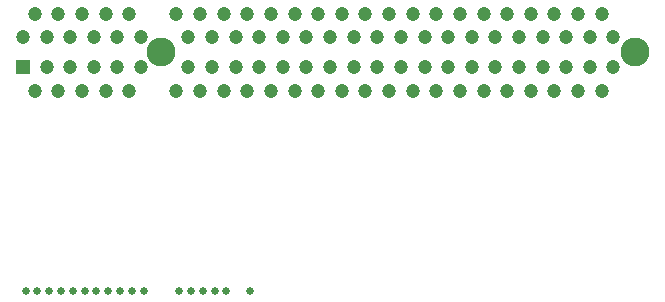
<source format=gts>
G04 (created by PCBNEW (2013-07-07 BZR 4022)-stable) date 03/11/2015 04:39:32 PM*
%MOIN*%
G04 Gerber Fmt 3.4, Leading zero omitted, Abs format*
%FSLAX34Y34*%
G01*
G70*
G90*
G04 APERTURE LIST*
%ADD10C,0.00590551*%
%ADD11C,0.0256*%
%ADD12C,0.0964567*%
%ADD13R,0.0472441X0.0472441*%
%ADD14C,0.0472441*%
G04 APERTURE END LIST*
G54D10*
G54D11*
X76272Y-73730D03*
X69579Y-73730D03*
X69973Y-73730D03*
X70367Y-73730D03*
X70760Y-73730D03*
X71154Y-73730D03*
X71548Y-73730D03*
X71941Y-73730D03*
X72335Y-73730D03*
X72729Y-73730D03*
X68792Y-73730D03*
X73910Y-73730D03*
X74304Y-73730D03*
X74697Y-73730D03*
X75091Y-73730D03*
X75485Y-73730D03*
X69186Y-73730D03*
G54D12*
X89097Y-65770D03*
X73290Y-65770D03*
G54D13*
X68703Y-66262D03*
G54D14*
X69097Y-67049D03*
X69490Y-66262D03*
X69884Y-67049D03*
X70278Y-66262D03*
X70671Y-67049D03*
X71065Y-66262D03*
X71459Y-67049D03*
X71852Y-66262D03*
X72246Y-67049D03*
X72640Y-66262D03*
X73821Y-67049D03*
X74215Y-66262D03*
X74608Y-67049D03*
X75002Y-66262D03*
X75396Y-67049D03*
X75790Y-66262D03*
X76183Y-67049D03*
X76577Y-66262D03*
X76971Y-67049D03*
X77364Y-66262D03*
X77758Y-67049D03*
X78152Y-66262D03*
X78545Y-67049D03*
X78939Y-66262D03*
X79333Y-67049D03*
X79727Y-66262D03*
X80120Y-67049D03*
X80514Y-66262D03*
X80908Y-67049D03*
X81301Y-66262D03*
X81695Y-67049D03*
X82089Y-66262D03*
X82482Y-67049D03*
X82876Y-66262D03*
X83270Y-67049D03*
X83664Y-66262D03*
X84057Y-67049D03*
X84451Y-66262D03*
X84845Y-67049D03*
X85238Y-66262D03*
X85632Y-67049D03*
X86026Y-66262D03*
X86419Y-67049D03*
X86813Y-66262D03*
X87207Y-67049D03*
X87601Y-66262D03*
X87994Y-67049D03*
X68703Y-65277D03*
X69097Y-64490D03*
X69490Y-65277D03*
X69884Y-64490D03*
X70278Y-65277D03*
X70671Y-64490D03*
X71065Y-65277D03*
X71459Y-64490D03*
X71852Y-65277D03*
X72246Y-64490D03*
X72640Y-65277D03*
X73821Y-64490D03*
X74215Y-65277D03*
X74608Y-64490D03*
X75002Y-65277D03*
X75396Y-64490D03*
X75790Y-65277D03*
X76183Y-64490D03*
X76577Y-65277D03*
X76971Y-64490D03*
X77364Y-65277D03*
X77758Y-64490D03*
X78152Y-65277D03*
X78545Y-64490D03*
X78939Y-65277D03*
X79333Y-64490D03*
X79727Y-65277D03*
X80120Y-64490D03*
X80514Y-65277D03*
X80908Y-64490D03*
X81301Y-65277D03*
X81695Y-64490D03*
X82089Y-65277D03*
X82482Y-64490D03*
X82876Y-65277D03*
X83270Y-64490D03*
X83664Y-65277D03*
X84057Y-64490D03*
X84451Y-65277D03*
X84845Y-64490D03*
X85238Y-65277D03*
X85632Y-64490D03*
X86026Y-65277D03*
X86419Y-64490D03*
X86813Y-65277D03*
X87207Y-64490D03*
X87601Y-65277D03*
X87994Y-64490D03*
X88388Y-66262D03*
X88388Y-65277D03*
M02*

</source>
